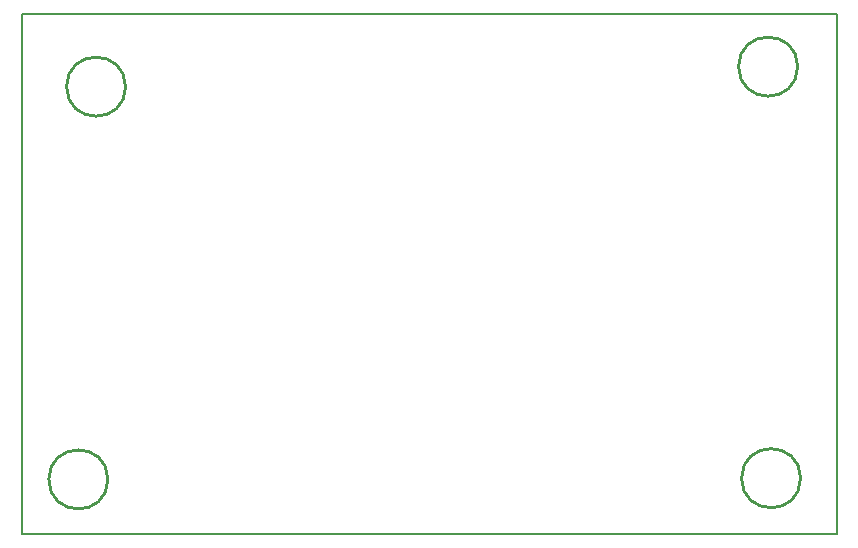
<source format=gko>
G04*
G04 #@! TF.GenerationSoftware,Altium Limited,Altium Designer,24.5.2 (23)*
G04*
G04 Layer_Color=16711935*
%FSLAX25Y25*%
%MOIN*%
G70*
G04*
G04 #@! TF.SameCoordinates,466BDFCD-25A3-4837-BAAA-452BE7E626CC*
G04*
G04*
G04 #@! TF.FilePolarity,Positive*
G04*
G01*
G75*
%ADD12C,0.01000*%
%ADD54C,0.00800*%
D12*
X260327Y158177D02*
G03*
X260327Y158177I-9843J0D01*
G01*
X261311Y20972D02*
G03*
X261311Y20972I-9843J0D01*
G01*
X30406Y20579D02*
G03*
X30406Y20579I-9843J0D01*
G01*
X36311Y151484D02*
G03*
X36311Y151484I-9843J0D01*
G01*
D54*
X1665Y2468D02*
X273319D01*
Y175697D01*
X1665D02*
X273319D01*
X1665Y2468D02*
Y175697D01*
M02*

</source>
